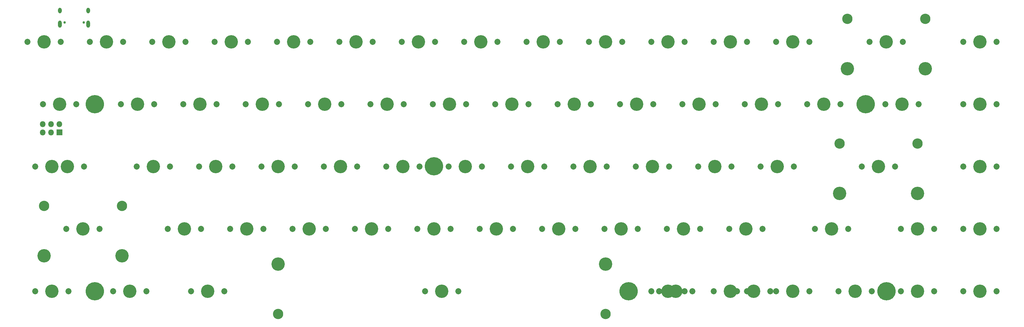
<source format=gts>
G04 #@! TF.GenerationSoftware,KiCad,Pcbnew,(5.1.9-1-g591a07d2d9)-1*
G04 #@! TF.CreationDate,2021-05-31T00:50:00-06:00*
G04 #@! TF.ProjectId,keyboard-layout,6b657962-6f61-4726-942d-6c61796f7574,rev?*
G04 #@! TF.SameCoordinates,Original*
G04 #@! TF.FileFunction,Soldermask,Top*
G04 #@! TF.FilePolarity,Negative*
%FSLAX46Y46*%
G04 Gerber Fmt 4.6, Leading zero omitted, Abs format (unit mm)*
G04 Created by KiCad (PCBNEW (5.1.9-1-g591a07d2d9)-1) date 2021-05-31 00:50:00*
%MOMM*%
%LPD*%
G01*
G04 APERTURE LIST*
%ADD10C,1.851600*%
%ADD11C,4.089400*%
%ADD12C,3.149600*%
%ADD13C,5.601600*%
%ADD14O,1.101600X1.701600*%
%ADD15O,1.101600X2.201600*%
%ADD16C,0.751600*%
%ADD17O,1.801600X1.801600*%
G04 APERTURE END LIST*
D10*
X41748750Y-67625000D03*
X31588750Y-67625000D03*
D11*
X36668750Y-67625000D03*
X58100000Y-48575000D03*
D10*
X53020000Y-48575000D03*
X63180000Y-48575000D03*
D11*
X34287500Y-48575000D03*
D10*
X29207500Y-48575000D03*
X39367500Y-48575000D03*
D11*
X62862500Y-67625000D03*
D10*
X57782500Y-67625000D03*
X67942500Y-67625000D03*
D11*
X167637500Y-86675000D03*
D10*
X162557500Y-86675000D03*
X172717500Y-86675000D03*
D11*
X210500000Y-48575000D03*
D10*
X205420000Y-48575000D03*
X215580000Y-48575000D03*
X251299146Y-105725001D03*
X241139146Y-105725001D03*
D11*
X246219146Y-105725001D03*
X286700000Y-29525000D03*
D10*
X281620000Y-29525000D03*
X291780000Y-29525000D03*
D12*
X274793750Y-22540000D03*
X298606250Y-22540000D03*
D11*
X274793750Y-37780000D03*
X298606250Y-37780000D03*
X150969588Y-105725000D03*
D10*
X145889588Y-105725000D03*
X156049588Y-105725000D03*
D12*
X100969688Y-112710000D03*
X200969488Y-112710000D03*
D11*
X100969688Y-97470000D03*
X200969488Y-97470000D03*
X79531250Y-105725000D03*
D10*
X74451250Y-105725000D03*
X84611250Y-105725000D03*
D11*
X55718750Y-105725000D03*
D10*
X50638750Y-105725000D03*
X60798750Y-105725000D03*
D11*
X31906250Y-105725000D03*
D10*
X26826250Y-105725000D03*
X36986250Y-105725000D03*
D11*
X41431250Y-86675000D03*
D10*
X36351250Y-86675000D03*
X46511250Y-86675000D03*
D12*
X29525000Y-79690000D03*
X53337500Y-79690000D03*
D11*
X29525000Y-94930000D03*
X53337500Y-94930000D03*
X284318750Y-67625000D03*
D10*
X279238750Y-67625000D03*
X289398750Y-67625000D03*
D12*
X272412500Y-60640000D03*
X296225000Y-60640000D03*
D11*
X272412500Y-75880000D03*
X296225000Y-75880000D03*
X270031250Y-86675000D03*
D10*
X264951250Y-86675000D03*
X275111250Y-86675000D03*
D11*
X291462500Y-48575000D03*
D10*
X286382500Y-48575000D03*
X296542500Y-48575000D03*
D11*
X153350000Y-48575000D03*
D10*
X148270000Y-48575000D03*
X158430000Y-48575000D03*
D11*
X267650000Y-48575000D03*
D10*
X262570000Y-48575000D03*
X272730000Y-48575000D03*
D11*
X91437500Y-86675000D03*
D10*
X86357500Y-86675000D03*
X96517500Y-86675000D03*
D11*
X29525000Y-29525000D03*
D10*
X24445000Y-29525000D03*
X34605000Y-29525000D03*
D11*
X110487500Y-86675000D03*
D10*
X105407500Y-86675000D03*
X115567500Y-86675000D03*
D11*
X77150000Y-48575000D03*
D10*
X72070000Y-48575000D03*
X82230000Y-48575000D03*
D11*
X220025000Y-29525000D03*
D10*
X214945000Y-29525000D03*
X225105000Y-29525000D03*
D11*
X191450000Y-48575000D03*
D10*
X186370000Y-48575000D03*
X196530000Y-48575000D03*
D11*
X72387500Y-86675000D03*
D10*
X67307500Y-86675000D03*
X77467500Y-86675000D03*
D11*
X129537500Y-86675000D03*
D10*
X124457500Y-86675000D03*
X134617500Y-86675000D03*
D11*
X296225000Y-86675000D03*
D10*
X291145000Y-86675000D03*
X301305000Y-86675000D03*
D11*
X172400000Y-48575000D03*
D10*
X167320000Y-48575000D03*
X177480000Y-48575000D03*
D11*
X134300000Y-48575000D03*
D10*
X129220000Y-48575000D03*
X139380000Y-48575000D03*
D11*
X243837500Y-86675000D03*
D10*
X238757500Y-86675000D03*
X248917500Y-86675000D03*
D11*
X234312500Y-67625000D03*
D10*
X229232500Y-67625000D03*
X239392500Y-67625000D03*
D11*
X81912500Y-67625000D03*
D10*
X76832500Y-67625000D03*
X86992500Y-67625000D03*
D11*
X315275000Y-105725000D03*
D10*
X310195000Y-105725000D03*
X320355000Y-105725000D03*
D11*
X115250000Y-48575000D03*
D10*
X110170000Y-48575000D03*
X120330000Y-48575000D03*
D11*
X253362500Y-67625000D03*
D10*
X248282500Y-67625000D03*
X258442500Y-67625000D03*
D11*
X315275000Y-67625000D03*
D10*
X310195000Y-67625000D03*
X320355000Y-67625000D03*
D11*
X315275000Y-86675000D03*
D10*
X310195000Y-86675000D03*
X320355000Y-86675000D03*
D11*
X229550000Y-48575000D03*
D10*
X224470000Y-48575000D03*
X234630000Y-48575000D03*
D11*
X239075000Y-29525000D03*
D10*
X233995000Y-29525000D03*
X244155000Y-29525000D03*
D11*
X186687500Y-86675000D03*
D10*
X181607500Y-86675000D03*
X191767500Y-86675000D03*
D11*
X277175000Y-105725000D03*
D10*
X272095000Y-105725000D03*
X282255000Y-105725000D03*
D11*
X215262500Y-67625000D03*
D10*
X210182500Y-67625000D03*
X220342500Y-67625000D03*
D11*
X196212500Y-67625000D03*
D10*
X191132500Y-67625000D03*
X201292500Y-67625000D03*
D11*
X177162500Y-67625000D03*
D10*
X172082500Y-67625000D03*
X182242500Y-67625000D03*
D11*
X158112500Y-67625000D03*
D10*
X153032500Y-67625000D03*
X163192500Y-67625000D03*
D11*
X139062500Y-67625000D03*
D10*
X133982500Y-67625000D03*
X144142500Y-67625000D03*
D11*
X239075000Y-105725000D03*
D10*
X233995000Y-105725000D03*
X244155000Y-105725000D03*
D11*
X120012500Y-67625000D03*
D10*
X114932500Y-67625000D03*
X125092500Y-67625000D03*
D11*
X258125000Y-29525000D03*
D10*
X253045000Y-29525000D03*
X263205000Y-29525000D03*
D11*
X96200000Y-48575000D03*
D10*
X91120000Y-48575000D03*
X101280000Y-48575000D03*
D11*
X296225000Y-105725000D03*
D10*
X291145000Y-105725000D03*
X301305000Y-105725000D03*
D11*
X224787500Y-86675000D03*
D10*
X219707500Y-86675000D03*
X229867500Y-86675000D03*
D11*
X315275000Y-48575000D03*
D10*
X310195000Y-48575000D03*
X320355000Y-48575000D03*
D11*
X100962500Y-67625000D03*
D10*
X95882500Y-67625000D03*
X106042500Y-67625000D03*
D11*
X258125000Y-105725000D03*
D10*
X253045000Y-105725000D03*
X263205000Y-105725000D03*
D11*
X205737500Y-86675000D03*
D10*
X200657500Y-86675000D03*
X210817500Y-86675000D03*
D11*
X148587500Y-86675000D03*
D10*
X143507500Y-86675000D03*
X153667500Y-86675000D03*
D11*
X220025000Y-105725000D03*
D10*
X214945000Y-105725000D03*
X225105000Y-105725000D03*
D11*
X315275000Y-29525000D03*
D10*
X310195000Y-29525000D03*
X320355000Y-29525000D03*
D11*
X248600000Y-48575000D03*
D10*
X243520000Y-48575000D03*
X253680000Y-48575000D03*
D11*
X200975000Y-29525000D03*
D10*
X195895000Y-29525000D03*
X206055000Y-29525000D03*
D11*
X181925000Y-29525000D03*
D10*
X176845000Y-29525000D03*
X187005000Y-29525000D03*
D11*
X162875000Y-29525000D03*
D10*
X157795000Y-29525000D03*
X167955000Y-29525000D03*
D11*
X143825000Y-29525000D03*
D10*
X138745000Y-29525000D03*
X148905000Y-29525000D03*
D11*
X124775000Y-29525000D03*
D10*
X119695000Y-29525000D03*
X129855000Y-29525000D03*
D11*
X105725000Y-29525000D03*
D10*
X100645000Y-29525000D03*
X110805000Y-29525000D03*
D11*
X86675000Y-29525000D03*
D10*
X81595000Y-29525000D03*
X91755000Y-29525000D03*
D11*
X67625000Y-29525000D03*
D10*
X62545000Y-29525000D03*
X72705000Y-29525000D03*
D11*
X48575000Y-29525000D03*
D10*
X43495000Y-29525000D03*
X53655000Y-29525000D03*
D13*
X45000000Y-48575000D03*
X45000000Y-105715000D03*
X148582499Y-67600000D03*
X207972500Y-105722500D03*
X280400000Y-48600000D03*
X286712500Y-105722500D03*
D11*
X222406646Y-105725001D03*
D10*
X217326646Y-105725001D03*
X227486646Y-105725001D03*
X36986250Y-67625000D03*
X26826250Y-67625000D03*
D11*
X31906250Y-67625000D03*
D14*
X43032000Y-19975000D03*
X34392000Y-19975000D03*
D15*
X43032000Y-24155000D03*
X34392000Y-24155000D03*
D16*
X35822000Y-23625000D03*
X41602000Y-23625000D03*
G36*
G01*
X35080000Y-58100800D02*
X33380000Y-58100800D01*
G75*
G02*
X33329200Y-58050000I0J50800D01*
G01*
X33329200Y-56350000D01*
G75*
G02*
X33380000Y-56299200I50800J0D01*
G01*
X35080000Y-56299200D01*
G75*
G02*
X35130800Y-56350000I0J-50800D01*
G01*
X35130800Y-58050000D01*
G75*
G02*
X35080000Y-58100800I-50800J0D01*
G01*
G37*
D17*
X34230000Y-54660000D03*
X31690000Y-57200000D03*
X31690000Y-54660000D03*
X29150000Y-57200000D03*
X29150000Y-54660000D03*
M02*

</source>
